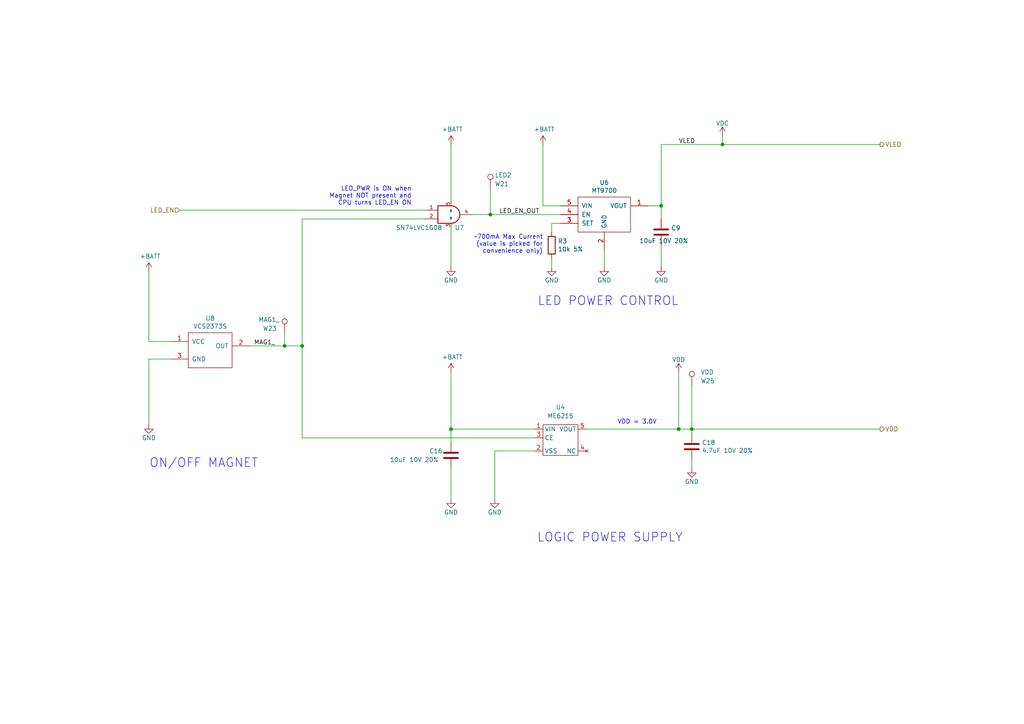
<source format=kicad_sch>
(kicad_sch (version 20230121) (generator eeschema)
  (paper "A4")
  (title_block (title "Pixels D6 Schematic, Main") (date "2022-08-26") (rev "3") (company "Systemic Games, LLC") (comment 1 "Power Regulation"))
  (lib_symbols
    (symbol "Device:C" (pin_numbers hide) (pin_names (offset 0.254))
      (property "Reference" "C" (at 0.635 2.54 0))
      (property "Value" "C" (at 0.635 -2.54 0))
      (symbol "C_0_1"
        (polyline (pts (xy -2.032 -0.762) (xy 2.032 -0.762)) (stroke (width 0.508)))
        (polyline (pts (xy -2.032 0.762) (xy 2.032 0.762)) (stroke (width 0.508)))
      )
      (symbol "C_1_1"
        (pin passive line (at 0 3.81 270) (length 2.794) (name "~") (number "1"))
        (pin passive line (at 0 -3.81 90) (length 2.794) (name "~") (number "2"))
      )
    )
    (symbol "Device:R" (pin_numbers hide) (pin_names (offset 0))
      (property "Reference" "R" (at 2.032 0 90))
      (property "Value" "R" (at 0 0 90))
      (symbol "R_0_1"
        (rectangle (start -1.016 -2.54) (end 1.016 2.54) (stroke (width 0.254)))
      )
      (symbol "R_1_1"
        (pin passive line (at 0 3.81 270) (length 1.27) (name "~") (number "1"))
        (pin passive line (at 0 -3.81 90) (length 1.27) (name "~") (number "2"))
      )
    )
    (symbol "Pixels-dice:74AHC1G08" (pin_names (offset 1.016))
      (property "Reference" "U" (at -2.54 3.81 0))
      (property "Value" "74AHC1G08" (at 0 -3.81 0))
      (symbol "74AHC1G08_0_1"
        (arc (start 0 -2.54) (mid 2.529 0) (end 0 2.54) (stroke (width 0.254)))
        (polyline (pts (xy 0 -2.54) (xy -3.81 -2.54) (xy -3.81 2.54) (xy 0 2.54)) (stroke (width 0.254)))
      )
      (symbol "74AHC1G08_1_1"
        (pin input line (at -7.62 1.27 0) (length 3.81) (name "~") (number "1"))
        (pin input line (at -7.62 -1.27 0) (length 3.81) (name "~") (number "2"))
        (pin power_in line (at 0 -3.81 90) (length 1.27) (name "GND") (number "3"))
        (pin output line (at 6.35 0 180) (length 3.81) (name "~") (number "4"))
        (pin power_in line (at 0 3.81 270) (length 1.27) (name "VCC") (number "5"))
      )
    )
    (symbol "Pixels-dice:ME6215"
      (property "Reference" "U" (at 3.175 -6.35 0))
      (property "Value" "ME6215" (at 0 5.08 0))
      (symbol "ME6215_0_1"
        (rectangle (start -5.08 3.81) (end 5.08 -5.08))
      )
      (symbol "ME6215_1_1"
        (pin power_in line (at -7.62 2.54 0) (length 2.54) (name "VIN") (number "1"))
        (pin power_in line (at -7.62 -3.81 0) (length 2.54) (name "VSS") (number "2"))
        (pin input line (at -7.62 0 0) (length 2.54) (name "CE") (number "3"))
        (pin no_connect line (at 7.62 -3.81 180) (length 2.54) (name "NC") (number "4"))
        (pin power_out line (at 7.62 2.54 180) (length 2.54) (name "VOUT") (number "5"))
      )
    )
    (symbol "Pixels-dice:MT9700" (pin_names (offset 1.016))
      (property "Reference" "U" (at 6.35 -6.35 0))
      (property "Value" "MT9700" (at 0 6.35 0))
      (symbol "MT9700_0_1"
        (rectangle (start -7.62 5.08) (end 7.62 -5.08))
      )
      (symbol "MT9700_1_1"
        (pin power_out line (at 12.7 2.54 180) (length 5.08) (name "VOUT") (number "1"))
        (pin power_in line (at 0 -10.16 90) (length 5.08) (name "GND") (number "2"))
        (pin input line (at -12.7 -2.54 0) (length 5.08) (name "SET") (number "3"))
        (pin input line (at -12.7 0 0) (length 5.08) (name "EN") (number "4"))
        (pin power_in line (at -12.7 2.54 0) (length 5.08) (name "VIN") (number "5"))
      )
    )
    (symbol "Pixels-dice:TEST_1P-conn" (pin_numbers hide) (pin_names (offset 0.762) hide) (in_bom no)
      (property "Reference" "W" (at 0 6.858 0))
      (property "Value" "TEST_1P-conn" (at 0 5.08 0))
      (symbol "TEST_1P-conn_0_1"
        (circle (center 0 3.302) (radius 0.762))
      )
      (symbol "TEST_1P-conn_1_1"
        (pin passive line (at 0 0 90) (length 2.54) (name "1") (number "1"))
      )
    )
    (symbol "Pixels-dice:TMR1366" (pin_names (offset 1.016))
      (property "Reference" "U" (at 3.81 -6.35 0))
      (property "Value" "TMR1366" (at 0 6.35 0))
      (symbol "TMR1366_1_1"
        (rectangle (start -6.35 5.08) (end 6.35 -5.08))
        (pin power_in line (at -11.43 2.54 0) (length 5.08) (name "VCC") (number "1"))
        (pin output line (at 11.43 1.27 180) (length 5.08) (name "OUT") (number "2"))
        (pin power_in line (at -11.43 -2.54 0) (length 5.08) (name "GND") (number "3"))
      )
    )
    (symbol "TEST_1P-conn_1" (pin_numbers hide) (pin_names (offset 0.762) hide) (in_bom no)
      (property "Reference" "W" (at 0 6.858 0))
      (property "Value" "TEST_1P-conn_1" (at 0 5.08 0))
      (symbol "TEST_1P-conn_1_0_1"
        (circle (center 0 3.302) (radius 0.762))
      )
      (symbol "TEST_1P-conn_1_1_1"
        (pin passive line (at 0 0 90) (length 2.54) (name "1") (number "1"))
      )
    )
    (symbol "TEST_1P-conn_2" (pin_numbers hide) (pin_names (offset 0.762) hide) (in_bom no)
      (property "Reference" "W" (at 0 6.858 0))
      (property "Value" "TEST_1P-conn_2" (at 0 5.08 0))
      (symbol "TEST_1P-conn_2_0_1"
        (circle (center 0 3.302) (radius 0.762))
      )
      (symbol "TEST_1P-conn_2_1_1"
        (pin passive line (at 0 0 90) (length 2.54) (name "1") (number "1"))
      )
    )
    (symbol "power:+BATT" (power) (pin_names (offset 0))
      (property "Value" "+BATT" (at 0 3.556 0))
      (symbol "+BATT_0_1"
        (polyline (pts (xy -0.762 1.27) (xy 0 2.54)))
        (polyline (pts (xy 0 0) (xy 0 2.54)))
        (polyline (pts (xy 0 2.54) (xy 0.762 1.27)))
      )
      (symbol "+BATT_1_1"
        (pin power_in line (at 0 0 90) (length 0) hide (name "+BATT") (number "1"))
      )
    )
    (symbol "power:GND" (power) (pin_names (offset 0))
      (property "Value" "GND" (at 0 -3.81 0))
      (symbol "GND_0_1"
        (polyline (pts (xy 0 0) (xy 0 -1.27) (xy 1.27 -1.27) (xy 0 -2.54) (xy -1.27 -1.27) (xy 0 -1.27)))
      )
      (symbol "GND_1_1"
        (pin power_in line (at 0 0 270) (length 0) hide (name "GND") (number "1"))
      )
    )
    (symbol "power:VDC" (power) (pin_names (offset 0))
      (property "Value" "VDC" (at 0 6.35 0))
      (symbol "VDC_0_1"
        (polyline (pts (xy -0.762 1.27) (xy 0 2.54)))
        (polyline (pts (xy 0 0) (xy 0 2.54)))
        (polyline (pts (xy 0 2.54) (xy 0.762 1.27)))
      )
      (symbol "VDC_1_1"
        (pin power_in line (at 0 0 90) (length 0) hide (name "VDC") (number "1"))
      )
    )
    (symbol "power:VDD" (power) (pin_names (offset 0))
      (property "Value" "VDD" (at 0 3.81 0))
      (symbol "VDD_0_1"
        (polyline (pts (xy -0.762 1.27) (xy 0 2.54)))
        (polyline (pts (xy 0 0) (xy 0 2.54)))
        (polyline (pts (xy 0 2.54) (xy 0.762 1.27)))
      )
      (symbol "VDD_1_1"
        (pin power_in line (at 0 0 90) (length 0) hide (name "VDD") (number "1"))
      )
    )
  )
  (junction (at 142.24 62.23))
  (junction (at 209.55 41.91))
  (junction (at 200.66 124.46))
  (junction (at 196.85 124.46))
  (junction (at 130.81 124.46))
  (junction (at 87.63 100.33))
  (junction (at 82.55 100.33))
  (junction (at 191.77 59.69))
  (wire (pts (xy 130.81 124.46) (xy 154.94 124.46)))
  (wire (pts (xy 200.66 124.46) (xy 200.66 125.73)))
  (wire (pts (xy 87.63 100.33) (xy 82.55 100.33)))
  (wire (pts (xy 43.18 78.74) (xy 43.18 99.06)))
  (wire (pts (xy 130.81 124.46) (xy 130.81 128.27)))
  (wire (pts (xy 49.53 104.14) (xy 43.18 104.14)))
  (wire (pts (xy 255.27 41.91) (xy 209.55 41.91)))
  (wire (pts (xy 175.26 72.39) (xy 175.26 77.47)))
  (wire (pts (xy 154.94 130.81) (xy 143.51 130.81)))
  (wire (pts (xy 200.66 111.76) (xy 200.66 124.46)))
  (wire (pts (xy 52.07 60.96) (xy 123.19 60.96)))
  (wire (pts (xy 43.18 104.14) (xy 43.18 123.19)))
  (wire (pts (xy 196.85 107.95) (xy 196.85 124.46)))
  (wire (pts (xy 200.66 124.46) (xy 255.27 124.46)))
  (wire (pts (xy 191.77 63.5) (xy 191.77 59.69)))
  (wire (pts (xy 209.55 41.91) (xy 191.77 41.91)))
  (wire (pts (xy 162.56 59.69) (xy 157.48 59.69)))
  (wire (pts (xy 87.63 63.5) (xy 87.63 100.33)))
  (wire (pts (xy 130.81 107.95) (xy 130.81 124.46)))
  (wire (pts (xy 130.81 66.04) (xy 130.81 77.47)))
  (wire (pts (xy 43.18 99.06) (xy 49.53 99.06)))
  (wire (pts (xy 130.81 41.91) (xy 130.81 58.42)))
  (wire (pts (xy 142.24 62.23) (xy 162.56 62.23)))
  (wire (pts (xy 143.51 130.81) (xy 143.51 144.78)))
  (wire (pts (xy 209.55 39.37) (xy 209.55 41.91)))
  (wire (pts (xy 162.56 64.77) (xy 160.02 64.77)))
  (wire (pts (xy 87.63 100.33) (xy 87.63 127)))
  (wire (pts (xy 160.02 74.93) (xy 160.02 77.47)))
  (wire (pts (xy 137.16 62.23) (xy 142.24 62.23)))
  (wire (pts (xy 170.18 124.46) (xy 196.85 124.46)))
  (wire (pts (xy 82.55 100.33) (xy 72.39 100.33)))
  (wire (pts (xy 160.02 64.77) (xy 160.02 67.31)))
  (wire (pts (xy 154.94 127) (xy 87.63 127)))
  (wire (pts (xy 196.85 124.46) (xy 200.66 124.46)))
  (wire (pts (xy 187.96 59.69) (xy 191.77 59.69)))
  (wire (pts (xy 157.48 41.91) (xy 157.48 59.69)))
  (wire (pts (xy 200.66 133.35) (xy 200.66 135.89)))
  (wire (pts (xy 142.24 54.61) (xy 142.24 62.23)))
  (wire (pts (xy 191.77 41.91) (xy 191.77 59.69)))
  (wire (pts (xy 82.55 96.52) (xy 82.55 100.33)))
  (wire (pts (xy 87.63 63.5) (xy 123.19 63.5)))
  (wire (pts (xy 191.77 71.12) (xy 191.77 77.47)))
  (wire (pts (xy 130.81 135.89) (xy 130.81 144.78)))
  (text "LOGIC POWER SUPPLY" (at 198.12 157.48 0) (effects (font (size 2.54 2.54)) (justify right bottom)))
  (text "ON/OFF MAGNET" (at 74.93 135.89 0) (effects (font (size 2.54 2.54)) (justify right bottom)))
  (text "LED_PWR is ON when\nMagnet NOT present and\nCPU turns LED_EN ON" (at 119.38 59.69 0) (effects (font (size 1.27 1.27)) (justify right bottom)))
  (text "LED POWER CONTROL" (at 196.85 88.9 0) (effects (font (size 2.54 2.54)) (justify right bottom)))
  (text "~700mA Max Current\n(value is picked for\nconvenience only)" (at 157.48 73.66 0) (effects (font (size 1.27 1.27)) (justify right bottom)))
  (text "VDD = 3.0V" (at 190.5 123.19 0) (effects (font (size 1.27 1.27)) (justify right bottom)))
  (label "MAG1_" (at 73.66 100.33 0))
  (label "VLED" (at 196.85 41.91 0))
  (label "LED_EN_OUT" (at 144.78 62.23 0))
  (hierarchical_label "LED_EN" (shape input) (at 52.07 60.96 180))
  (hierarchical_label "VDD" (shape output) (at 255.27 124.46 0))
  (hierarchical_label "VLED" (shape output) (at 255.27 41.91 0))
  (symbol (lib_name "TEST_1P-conn_2") (lib_id "Pixels-dice:TEST_1P-conn") (at 142.24 54.61 0) (unit 1) (in_bom no)
    (property "Reference" "W21" (at 143.51 53.34 0) (effects (justify left)))
    (property "Value" "LED2" (at 143.51 50.8 0) (effects (justify left)))
    (property "Footprint" "Pixels-dice:TEST_PIN" (effects hide))
    (property "Generic OK" "N/A" (effects hide))
  )
  (symbol (lib_id "power:+BATT") (at 157.48 41.91 0) (unit 1)
    (property "Reference" "#PWR033" (effects hide))
    (property "Value" "+BATT" (at 157.861 37.5158 0))
  )
  (symbol (lib_id "Device:C") (at 200.66 129.54 0) (unit 1)
    (property "Reference" "C18" (at 203.581 128.3716 0) (effects (justify left)))
    (property "Value" "4.7uF 10V 20%" (at 203.581 130.683 0) (effects (justify left)))
    (property "Footprint" "Pixels-dice:C_0402_1005Metric" (effects hide))
    (property "Generic OK" "YES" (effects hide))
    (property "Pixels Part Number" "SMD-C002" (effects hide))
    (property "Manufacturer" "Murata" (effects hide))
    (property "Manufacturer Part Number" "GRM155R61A475MEAAJ" (effects hide))
  )
  (symbol (lib_id "power:GND") (at 200.66 135.89 0) (unit 1)
    (property "Reference" "#PWR028" (effects hide))
    (property "Value" "GND" (at 200.66 139.7 0))
  )
  (symbol (lib_id "power:GND") (at 130.81 144.78 0) (unit 1)
    (property "Reference" "#PWR029" (effects hide))
    (property "Value" "GND" (at 130.81 148.59 0))
  )
  (symbol (lib_id "power:GND") (at 175.26 77.47 0) (unit 1)
    (property "Reference" "#PWR038" (effects hide))
    (property "Value" "GND" (at 175.26 81.28 0))
  )
  (symbol (lib_id "power:GND") (at 43.18 123.19 0) (unit 1)
    (property "Reference" "#PWR039" (effects hide))
    (property "Value" "GND" (at 43.18 127 0))
  )
  (symbol (lib_id "Device:C") (at 130.81 132.08 0) (unit 1)
    (property "Reference" "C16" (at 124.46 130.81 0) (effects (justify left)))
    (property "Value" "10uF 10V 20%" (at 113.03 133.35 0) (effects (justify left)))
    (property "Footprint" "Pixels-dice:C_0402_1005Metric" (effects hide))
    (property "Generic OK" "YES" (effects hide))
    (property "Pixels Part Number" "SMD-C002" (effects hide))
    (property "Manufacturer" "Murata" (effects hide))
    (property "Manufacturer Part Number" "GRM155R60J106ME05D" (effects hide))
  )
  (symbol (lib_id "power:+BATT") (at 130.81 107.95 0) (unit 1)
    (property "Reference" "#PWR025" (effects hide))
    (property "Value" "+BATT" (at 131.191 103.5558 0))
  )
  (symbol (lib_id "power:+BATT") (at 43.18 78.74 0) (unit 1)
    (property "Reference" "#PWR036" (effects hide))
    (property "Value" "+BATT" (at 43.561 74.3458 0))
  )
  (symbol (lib_id "Pixels-dice:TEST_1P-conn") (at 82.55 96.52 0) (unit 1) (in_bom no)
    (property "Reference" "W23" (at 76.2 95.25 0) (effects (justify left)))
    (property "Value" "MAG1_" (at 74.93 92.71 0) (effects (justify left)))
    (property "Footprint" "Pixels-dice:TEST_PIN" (effects hide))
    (property "Generic OK" "N/A" (effects hide))
  )
  (symbol (lib_id "Pixels-dice:74AHC1G08") (at 130.81 62.23 0) (unit 1)
    (property "Reference" "U7" (at 134.62 66.04 0) (effects (justify right)))
    (property "Value" "SN74LVC1G08" (at 128.27 66.04 0) (effects (justify right)))
    (property "Footprint" "Pixels-dice:SOT-353_SC-70-5" (effects hide))
    (property "Datasheet" "http://www.ti.com/lit/sg/scyt129e/scyt129e.pdf" (effects hide))
    (property "Generic OK" "YES" (effects hide))
    (property "Manufacturer" "UMW(Youtai Semiconductor Co., Ltd.)" (effects hide))
    (property "Manufacturer Part Number" "SN74LVC1G08DCKR" (effects hide))
    (property "Pixels Part Number" "SMD-U007" (effects hide))
  )
  (symbol (lib_id "power:+BATT") (at 130.81 41.91 0) (unit 1)
    (property "Reference" "#PWR020" (effects hide))
    (property "Value" "+BATT" (at 131.191 37.5158 0))
  )
  (symbol (lib_id "power:GND") (at 130.81 77.47 0) (unit 1)
    (property "Reference" "#PWR034" (effects hide))
    (property "Value" "GND" (at 130.81 81.28 0))
  )
  (symbol (lib_name "TEST_1P-conn_1") (lib_id "Pixels-dice:TEST_1P-conn") (at 200.66 111.76 0) (unit 1) (in_bom no)
    (property "Reference" "W25" (at 203.2 110.49 0) (effects (justify left)))
    (property "Value" "VDD" (at 203.2 107.95 0) (effects (justify left)))
    (property "Footprint" "Pixels-dice:TEST_PIN" (effects hide))
    (property "Generic OK" "N/A" (effects hide))
  )
  (symbol (lib_id "Pixels-dice:TMR1366") (at 60.96 101.6 0) (unit 1)
    (property "Reference" "U8" (at 60.96 92.329 0))
    (property "Value" "VCS2373S" (at 60.96 94.6404 0))
    (property "Footprint" "Package_TO_SOT_SMD:SOT-23" (effects hide))
    (property "Generic OK" "NO" (effects hide))
    (property "Manufacturer" "HUAXIN" (effects hide))
    (property "Manufacturer Part Number" "VCS2373S" (effects hide))
    (property "Pixels Part Number" "SMD-U008-ALT8" (effects hide))
  )
  (symbol (lib_id "Device:C") (at 191.77 67.31 0) (unit 1)
    (property "Reference" "C9" (at 194.691 66.1416 0) (effects (justify left)))
    (property "Value" "10uF 10V 20%" (at 185.42 69.85 0) (effects (justify left)))
    (property "Footprint" "Pixels-dice:C_0402_1005Metric" (effects hide))
    (property "Generic OK" "YES" (effects hide))
    (property "Pixels Part Number" "SMD-C002" (effects hide))
    (property "Manufacturer" "Murata" (effects hide))
    (property "Manufacturer Part Number" "GRM155R60J106ME05D" (effects hide))
  )
  (symbol (lib_id "power:GND") (at 191.77 77.47 0) (unit 1)
    (property "Reference" "#PWR0142" (effects hide))
    (property "Value" "GND" (at 191.77 81.28 0))
  )
  (symbol (lib_id "Pixels-dice:MT9700") (at 175.26 62.23 0) (unit 1)
    (property "Reference" "U6" (at 175.26 52.959 0))
    (property "Value" "MT9700" (at 175.26 55.2704 0))
    (property "Footprint" "Pixels-dice:SOT-23-5" (effects hide))
    (property "Manufacturer" "XI'AN Aerosemi Tech" (effects hide))
    (property "Manufacturer Part Number" "MT9700" (effects hide))
    (property "Pixels Part Number" "SMD-U006-ALT2" (effects hide))
    (property "Generic OK" "NO" (effects hide))
  )
  (symbol (lib_id "Device:R") (at 160.02 71.12 0) (unit 1)
    (property "Reference" "R3" (at 161.798 69.9516 0) (effects (justify left)))
    (property "Value" "10k 5%" (at 161.798 72.263 0) (effects (justify left)))
    (property "Footprint" "Resistor_SMD:R_0402_1005Metric" (effects hide))
    (property "Generic OK" "YES" (effects hide))
    (property "Manufacturer" "UNI-ROYAL(Uniroyal Elec)" (effects hide))
    (property "Manufacturer Part Number" "0402WGJ0103TCE" (effects hide))
    (property "Pixels Part Number" "SMD-R002" (effects hide))
  )
  (symbol (lib_id "power:GND") (at 160.02 77.47 0) (unit 1)
    (property "Reference" "#PWR0101" (effects hide))
    (property "Value" "GND" (at 160.02 81.28 0))
  )
  (symbol (lib_id "power:VDC") (at 209.55 39.37 0) (unit 1)
    (property "Reference" "#PWR026" (effects hide))
    (property "Value" "VDC" (at 209.55 35.7655 0))
  )
  (symbol (lib_id "Pixels-dice:ME6215") (at 162.56 127 0) (unit 1)
    (property "Reference" "U4" (at 162.56 118.11 0))
    (property "Value" "ME6215" (at 162.56 120.65 0))
    (property "Footprint" "Pixels-dice:SOT-23-5" (effects hide))
    (property "Generic OK" "NO" (effects hide))
    (property "Manufacturer" "MICRONE(Nanjing Micro One Elec)" (effects hide))
    (property "Manufacturer Part Number" "ME6215C30M5G" (effects hide))
  )
  (symbol (lib_id "power:VDD") (at 196.85 107.95 0) (unit 1)
    (property "Reference" "#PWR027" (effects hide))
    (property "Value" "VDD" (at 196.85 104.3455 0))
  )
  (symbol (lib_id "power:GND") (at 143.51 144.78 0) (unit 1)
    (property "Reference" "#PWR0118" (effects hide))
    (property "Value" "GND" (at 143.51 148.59 0))
  )
)
</source>
